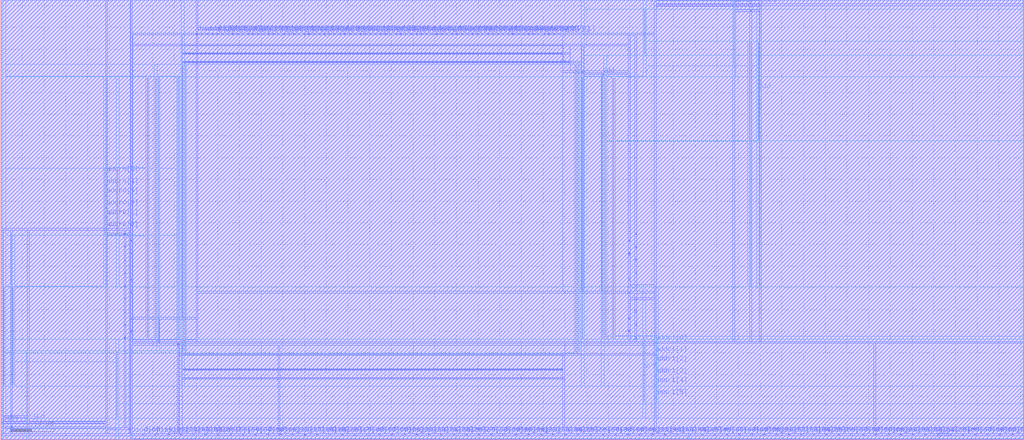
<source format=lef>
VERSION 5.4 ;
NAMESCASESENSITIVE ON ;
BUSBITCHARS "[]" ;
DIVIDERCHAR "/" ;
UNITS
  DATABASE MICRONS 2000 ;
END UNITS
MACRO freepdk45_sram_1w1r_40x72
   CLASS BLOCK ;
   SIZE 235.72 BY 101.3925 ;
   SYMMETRY X Y R90 ;
   PIN din0[0]
      DIRECTION INPUT ;
      PORT
         LAYER metal3 ;
         RECT  30.015 1.105 30.15 1.24 ;
      END
   END din0[0]
   PIN din0[1]
      DIRECTION INPUT ;
      PORT
         LAYER metal3 ;
         RECT  32.875 1.105 33.01 1.24 ;
      END
   END din0[1]
   PIN din0[2]
      DIRECTION INPUT ;
      PORT
         LAYER metal3 ;
         RECT  35.735 1.105 35.87 1.24 ;
      END
   END din0[2]
   PIN din0[3]
      DIRECTION INPUT ;
      PORT
         LAYER metal3 ;
         RECT  38.595 1.105 38.73 1.24 ;
      END
   END din0[3]
   PIN din0[4]
      DIRECTION INPUT ;
      PORT
         LAYER metal3 ;
         RECT  41.455 1.105 41.59 1.24 ;
      END
   END din0[4]
   PIN din0[5]
      DIRECTION INPUT ;
      PORT
         LAYER metal3 ;
         RECT  44.315 1.105 44.45 1.24 ;
      END
   END din0[5]
   PIN din0[6]
      DIRECTION INPUT ;
      PORT
         LAYER metal3 ;
         RECT  47.175 1.105 47.31 1.24 ;
      END
   END din0[6]
   PIN din0[7]
      DIRECTION INPUT ;
      PORT
         LAYER metal3 ;
         RECT  50.035 1.105 50.17 1.24 ;
      END
   END din0[7]
   PIN din0[8]
      DIRECTION INPUT ;
      PORT
         LAYER metal3 ;
         RECT  52.895 1.105 53.03 1.24 ;
      END
   END din0[8]
   PIN din0[9]
      DIRECTION INPUT ;
      PORT
         LAYER metal3 ;
         RECT  55.755 1.105 55.89 1.24 ;
      END
   END din0[9]
   PIN din0[10]
      DIRECTION INPUT ;
      PORT
         LAYER metal3 ;
         RECT  58.615 1.105 58.75 1.24 ;
      END
   END din0[10]
   PIN din0[11]
      DIRECTION INPUT ;
      PORT
         LAYER metal3 ;
         RECT  61.475 1.105 61.61 1.24 ;
      END
   END din0[11]
   PIN din0[12]
      DIRECTION INPUT ;
      PORT
         LAYER metal3 ;
         RECT  64.335 1.105 64.47 1.24 ;
      END
   END din0[12]
   PIN din0[13]
      DIRECTION INPUT ;
      PORT
         LAYER metal3 ;
         RECT  67.195 1.105 67.33 1.24 ;
      END
   END din0[13]
   PIN din0[14]
      DIRECTION INPUT ;
      PORT
         LAYER metal3 ;
         RECT  70.055 1.105 70.19 1.24 ;
      END
   END din0[14]
   PIN din0[15]
      DIRECTION INPUT ;
      PORT
         LAYER metal3 ;
         RECT  72.915 1.105 73.05 1.24 ;
      END
   END din0[15]
   PIN din0[16]
      DIRECTION INPUT ;
      PORT
         LAYER metal3 ;
         RECT  75.775 1.105 75.91 1.24 ;
      END
   END din0[16]
   PIN din0[17]
      DIRECTION INPUT ;
      PORT
         LAYER metal3 ;
         RECT  78.635 1.105 78.77 1.24 ;
      END
   END din0[17]
   PIN din0[18]
      DIRECTION INPUT ;
      PORT
         LAYER metal3 ;
         RECT  81.495 1.105 81.63 1.24 ;
      END
   END din0[18]
   PIN din0[19]
      DIRECTION INPUT ;
      PORT
         LAYER metal3 ;
         RECT  84.355 1.105 84.49 1.24 ;
      END
   END din0[19]
   PIN din0[20]
      DIRECTION INPUT ;
      PORT
         LAYER metal3 ;
         RECT  87.215 1.105 87.35 1.24 ;
      END
   END din0[20]
   PIN din0[21]
      DIRECTION INPUT ;
      PORT
         LAYER metal3 ;
         RECT  90.075 1.105 90.21 1.24 ;
      END
   END din0[21]
   PIN din0[22]
      DIRECTION INPUT ;
      PORT
         LAYER metal3 ;
         RECT  92.935 1.105 93.07 1.24 ;
      END
   END din0[22]
   PIN din0[23]
      DIRECTION INPUT ;
      PORT
         LAYER metal3 ;
         RECT  95.795 1.105 95.93 1.24 ;
      END
   END din0[23]
   PIN din0[24]
      DIRECTION INPUT ;
      PORT
         LAYER metal3 ;
         RECT  98.655 1.105 98.79 1.24 ;
      END
   END din0[24]
   PIN din0[25]
      DIRECTION INPUT ;
      PORT
         LAYER metal3 ;
         RECT  101.515 1.105 101.65 1.24 ;
      END
   END din0[25]
   PIN din0[26]
      DIRECTION INPUT ;
      PORT
         LAYER metal3 ;
         RECT  104.375 1.105 104.51 1.24 ;
      END
   END din0[26]
   PIN din0[27]
      DIRECTION INPUT ;
      PORT
         LAYER metal3 ;
         RECT  107.235 1.105 107.37 1.24 ;
      END
   END din0[27]
   PIN din0[28]
      DIRECTION INPUT ;
      PORT
         LAYER metal3 ;
         RECT  110.095 1.105 110.23 1.24 ;
      END
   END din0[28]
   PIN din0[29]
      DIRECTION INPUT ;
      PORT
         LAYER metal3 ;
         RECT  112.955 1.105 113.09 1.24 ;
      END
   END din0[29]
   PIN din0[30]
      DIRECTION INPUT ;
      PORT
         LAYER metal3 ;
         RECT  115.815 1.105 115.95 1.24 ;
      END
   END din0[30]
   PIN din0[31]
      DIRECTION INPUT ;
      PORT
         LAYER metal3 ;
         RECT  118.675 1.105 118.81 1.24 ;
      END
   END din0[31]
   PIN din0[32]
      DIRECTION INPUT ;
      PORT
         LAYER metal3 ;
         RECT  121.535 1.105 121.67 1.24 ;
      END
   END din0[32]
   PIN din0[33]
      DIRECTION INPUT ;
      PORT
         LAYER metal3 ;
         RECT  124.395 1.105 124.53 1.24 ;
      END
   END din0[33]
   PIN din0[34]
      DIRECTION INPUT ;
      PORT
         LAYER metal3 ;
         RECT  127.255 1.105 127.39 1.24 ;
      END
   END din0[34]
   PIN din0[35]
      DIRECTION INPUT ;
      PORT
         LAYER metal3 ;
         RECT  130.115 1.105 130.25 1.24 ;
      END
   END din0[35]
   PIN din0[36]
      DIRECTION INPUT ;
      PORT
         LAYER metal3 ;
         RECT  132.975 1.105 133.11 1.24 ;
      END
   END din0[36]
   PIN din0[37]
      DIRECTION INPUT ;
      PORT
         LAYER metal3 ;
         RECT  135.835 1.105 135.97 1.24 ;
      END
   END din0[37]
   PIN din0[38]
      DIRECTION INPUT ;
      PORT
         LAYER metal3 ;
         RECT  138.695 1.105 138.83 1.24 ;
      END
   END din0[38]
   PIN din0[39]
      DIRECTION INPUT ;
      PORT
         LAYER metal3 ;
         RECT  141.555 1.105 141.69 1.24 ;
      END
   END din0[39]
   PIN din0[40]
      DIRECTION INPUT ;
      PORT
         LAYER metal3 ;
         RECT  144.415 1.105 144.55 1.24 ;
      END
   END din0[40]
   PIN din0[41]
      DIRECTION INPUT ;
      PORT
         LAYER metal3 ;
         RECT  147.275 1.105 147.41 1.24 ;
      END
   END din0[41]
   PIN din0[42]
      DIRECTION INPUT ;
      PORT
         LAYER metal3 ;
         RECT  150.135 1.105 150.27 1.24 ;
      END
   END din0[42]
   PIN din0[43]
      DIRECTION INPUT ;
      PORT
         LAYER metal3 ;
         RECT  152.995 1.105 153.13 1.24 ;
      END
   END din0[43]
   PIN din0[44]
      DIRECTION INPUT ;
      PORT
         LAYER metal3 ;
         RECT  155.855 1.105 155.99 1.24 ;
      END
   END din0[44]
   PIN din0[45]
      DIRECTION INPUT ;
      PORT
         LAYER metal3 ;
         RECT  158.715 1.105 158.85 1.24 ;
      END
   END din0[45]
   PIN din0[46]
      DIRECTION INPUT ;
      PORT
         LAYER metal3 ;
         RECT  161.575 1.105 161.71 1.24 ;
      END
   END din0[46]
   PIN din0[47]
      DIRECTION INPUT ;
      PORT
         LAYER metal3 ;
         RECT  164.435 1.105 164.57 1.24 ;
      END
   END din0[47]
   PIN din0[48]
      DIRECTION INPUT ;
      PORT
         LAYER metal3 ;
         RECT  167.295 1.105 167.43 1.24 ;
      END
   END din0[48]
   PIN din0[49]
      DIRECTION INPUT ;
      PORT
         LAYER metal3 ;
         RECT  170.155 1.105 170.29 1.24 ;
      END
   END din0[49]
   PIN din0[50]
      DIRECTION INPUT ;
      PORT
         LAYER metal3 ;
         RECT  173.015 1.105 173.15 1.24 ;
      END
   END din0[50]
   PIN din0[51]
      DIRECTION INPUT ;
      PORT
         LAYER metal3 ;
         RECT  175.875 1.105 176.01 1.24 ;
      END
   END din0[51]
   PIN din0[52]
      DIRECTION INPUT ;
      PORT
         LAYER metal3 ;
         RECT  178.735 1.105 178.87 1.24 ;
      END
   END din0[52]
   PIN din0[53]
      DIRECTION INPUT ;
      PORT
         LAYER metal3 ;
         RECT  181.595 1.105 181.73 1.24 ;
      END
   END din0[53]
   PIN din0[54]
      DIRECTION INPUT ;
      PORT
         LAYER metal3 ;
         RECT  184.455 1.105 184.59 1.24 ;
      END
   END din0[54]
   PIN din0[55]
      DIRECTION INPUT ;
      PORT
         LAYER metal3 ;
         RECT  187.315 1.105 187.45 1.24 ;
      END
   END din0[55]
   PIN din0[56]
      DIRECTION INPUT ;
      PORT
         LAYER metal3 ;
         RECT  190.175 1.105 190.31 1.24 ;
      END
   END din0[56]
   PIN din0[57]
      DIRECTION INPUT ;
      PORT
         LAYER metal3 ;
         RECT  193.035 1.105 193.17 1.24 ;
      END
   END din0[57]
   PIN din0[58]
      DIRECTION INPUT ;
      PORT
         LAYER metal3 ;
         RECT  195.895 1.105 196.03 1.24 ;
      END
   END din0[58]
   PIN din0[59]
      DIRECTION INPUT ;
      PORT
         LAYER metal3 ;
         RECT  198.755 1.105 198.89 1.24 ;
      END
   END din0[59]
   PIN din0[60]
      DIRECTION INPUT ;
      PORT
         LAYER metal3 ;
         RECT  201.615 1.105 201.75 1.24 ;
      END
   END din0[60]
   PIN din0[61]
      DIRECTION INPUT ;
      PORT
         LAYER metal3 ;
         RECT  204.475 1.105 204.61 1.24 ;
      END
   END din0[61]
   PIN din0[62]
      DIRECTION INPUT ;
      PORT
         LAYER metal3 ;
         RECT  207.335 1.105 207.47 1.24 ;
      END
   END din0[62]
   PIN din0[63]
      DIRECTION INPUT ;
      PORT
         LAYER metal3 ;
         RECT  210.195 1.105 210.33 1.24 ;
      END
   END din0[63]
   PIN din0[64]
      DIRECTION INPUT ;
      PORT
         LAYER metal3 ;
         RECT  213.055 1.105 213.19 1.24 ;
      END
   END din0[64]
   PIN din0[65]
      DIRECTION INPUT ;
      PORT
         LAYER metal3 ;
         RECT  215.915 1.105 216.05 1.24 ;
      END
   END din0[65]
   PIN din0[66]
      DIRECTION INPUT ;
      PORT
         LAYER metal3 ;
         RECT  218.775 1.105 218.91 1.24 ;
      END
   END din0[66]
   PIN din0[67]
      DIRECTION INPUT ;
      PORT
         LAYER metal3 ;
         RECT  221.635 1.105 221.77 1.24 ;
      END
   END din0[67]
   PIN din0[68]
      DIRECTION INPUT ;
      PORT
         LAYER metal3 ;
         RECT  224.495 1.105 224.63 1.24 ;
      END
   END din0[68]
   PIN din0[69]
      DIRECTION INPUT ;
      PORT
         LAYER metal3 ;
         RECT  227.355 1.105 227.49 1.24 ;
      END
   END din0[69]
   PIN din0[70]
      DIRECTION INPUT ;
      PORT
         LAYER metal3 ;
         RECT  230.215 1.105 230.35 1.24 ;
      END
   END din0[70]
   PIN din0[71]
      DIRECTION INPUT ;
      PORT
         LAYER metal3 ;
         RECT  233.075 1.105 233.21 1.24 ;
      END
   END din0[71]
   PIN addr0[0]
      DIRECTION INPUT ;
      PORT
         LAYER metal3 ;
         RECT  24.295 48.46 24.43 48.595 ;
      END
   END addr0[0]
   PIN addr0[1]
      DIRECTION INPUT ;
      PORT
         LAYER metal3 ;
         RECT  24.295 51.19 24.43 51.325 ;
      END
   END addr0[1]
   PIN addr0[2]
      DIRECTION INPUT ;
      PORT
         LAYER metal3 ;
         RECT  24.295 53.4 24.43 53.535 ;
      END
   END addr0[2]
   PIN addr0[3]
      DIRECTION INPUT ;
      PORT
         LAYER metal3 ;
         RECT  24.295 56.13 24.43 56.265 ;
      END
   END addr0[3]
   PIN addr0[4]
      DIRECTION INPUT ;
      PORT
         LAYER metal3 ;
         RECT  24.295 58.34 24.43 58.475 ;
      END
   END addr0[4]
   PIN addr0[5]
      DIRECTION INPUT ;
      PORT
         LAYER metal3 ;
         RECT  24.295 61.07 24.43 61.205 ;
      END
   END addr0[5]
   PIN addr1[0]
      DIRECTION INPUT ;
      PORT
         LAYER metal3 ;
         RECT  150.775 22.33 150.91 22.465 ;
      END
   END addr1[0]
   PIN addr1[1]
      DIRECTION INPUT ;
      PORT
         LAYER metal3 ;
         RECT  150.775 19.6 150.91 19.735 ;
      END
   END addr1[1]
   PIN addr1[2]
      DIRECTION INPUT ;
      PORT
         LAYER metal3 ;
         RECT  150.775 17.39 150.91 17.525 ;
      END
   END addr1[2]
   PIN addr1[3]
      DIRECTION INPUT ;
      PORT
         LAYER metal3 ;
         RECT  150.775 14.66 150.91 14.795 ;
      END
   END addr1[3]
   PIN addr1[4]
      DIRECTION INPUT ;
      PORT
         LAYER metal3 ;
         RECT  150.775 12.45 150.91 12.585 ;
      END
   END addr1[4]
   PIN addr1[5]
      DIRECTION INPUT ;
      PORT
         LAYER metal3 ;
         RECT  150.775 9.72 150.91 9.855 ;
      END
   END addr1[5]
   PIN csb0
      DIRECTION INPUT ;
      PORT
         LAYER metal3 ;
         RECT  0.285 3.87 0.42 4.005 ;
      END
   END csb0
   PIN csb1
      DIRECTION INPUT ;
      PORT
         LAYER metal3 ;
         RECT  174.925 100.15 175.06 100.285 ;
      END
   END csb1
   PIN clk0
      DIRECTION INPUT ;
      PORT
         LAYER metal3 ;
         RECT  6.2475 3.955 6.3825 4.09 ;
      END
   END clk0
   PIN clk1
      DIRECTION INPUT ;
      PORT
         LAYER metal3 ;
         RECT  168.8225 100.065 168.9575 100.2 ;
      END
   END clk1
   PIN dout1[0]
      DIRECTION OUTPUT ;
      PORT
         LAYER metal3 ;
         RECT  45.1725 93.4425 45.3075 93.5775 ;
      END
   END dout1[0]
   PIN dout1[1]
      DIRECTION OUTPUT ;
      PORT
         LAYER metal3 ;
         RECT  46.3475 93.4425 46.4825 93.5775 ;
      END
   END dout1[1]
   PIN dout1[2]
      DIRECTION OUTPUT ;
      PORT
         LAYER metal3 ;
         RECT  47.5225 93.4425 47.6575 93.5775 ;
      END
   END dout1[2]
   PIN dout1[3]
      DIRECTION OUTPUT ;
      PORT
         LAYER metal3 ;
         RECT  48.6975 93.4425 48.8325 93.5775 ;
      END
   END dout1[3]
   PIN dout1[4]
      DIRECTION OUTPUT ;
      PORT
         LAYER metal3 ;
         RECT  49.8725 93.4425 50.0075 93.5775 ;
      END
   END dout1[4]
   PIN dout1[5]
      DIRECTION OUTPUT ;
      PORT
         LAYER metal3 ;
         RECT  51.0475 93.4425 51.1825 93.5775 ;
      END
   END dout1[5]
   PIN dout1[6]
      DIRECTION OUTPUT ;
      PORT
         LAYER metal3 ;
         RECT  52.2225 93.4425 52.3575 93.5775 ;
      END
   END dout1[6]
   PIN dout1[7]
      DIRECTION OUTPUT ;
      PORT
         LAYER metal3 ;
         RECT  53.3975 93.4425 53.5325 93.5775 ;
      END
   END dout1[7]
   PIN dout1[8]
      DIRECTION OUTPUT ;
      PORT
         LAYER metal3 ;
         RECT  54.5725 93.4425 54.7075 93.5775 ;
      END
   END dout1[8]
   PIN dout1[9]
      DIRECTION OUTPUT ;
      PORT
         LAYER metal3 ;
         RECT  55.7475 93.4425 55.8825 93.5775 ;
      END
   END dout1[9]
   PIN dout1[10]
      DIRECTION OUTPUT ;
      PORT
         LAYER metal3 ;
         RECT  56.9225 93.4425 57.0575 93.5775 ;
      END
   END dout1[10]
   PIN dout1[11]
      DIRECTION OUTPUT ;
      PORT
         LAYER metal3 ;
         RECT  58.0975 93.4425 58.2325 93.5775 ;
      END
   END dout1[11]
   PIN dout1[12]
      DIRECTION OUTPUT ;
      PORT
         LAYER metal3 ;
         RECT  59.2725 93.4425 59.4075 93.5775 ;
      END
   END dout1[12]
   PIN dout1[13]
      DIRECTION OUTPUT ;
      PORT
         LAYER metal3 ;
         RECT  60.4475 93.4425 60.5825 93.5775 ;
      END
   END dout1[13]
   PIN dout1[14]
      DIRECTION OUTPUT ;
      PORT
         LAYER metal3 ;
         RECT  61.6225 93.4425 61.7575 93.5775 ;
      END
   END dout1[14]
   PIN dout1[15]
      DIRECTION OUTPUT ;
      PORT
         LAYER metal3 ;
         RECT  62.7975 93.4425 62.9325 93.5775 ;
      END
   END dout1[15]
   PIN dout1[16]
      DIRECTION OUTPUT ;
      PORT
         LAYER metal3 ;
         RECT  63.9725 93.4425 64.1075 93.5775 ;
      END
   END dout1[16]
   PIN dout1[17]
      DIRECTION OUTPUT ;
      PORT
         LAYER metal3 ;
         RECT  65.1475 93.4425 65.2825 93.5775 ;
      END
   END dout1[17]
   PIN dout1[18]
      DIRECTION OUTPUT ;
      PORT
         LAYER metal3 ;
         RECT  66.3225 93.4425 66.4575 93.5775 ;
      END
   END dout1[18]
   PIN dout1[19]
      DIRECTION OUTPUT ;
      PORT
         LAYER metal3 ;
         RECT  67.4975 93.4425 67.6325 93.5775 ;
      END
   END dout1[19]
   PIN dout1[20]
      DIRECTION OUTPUT ;
      PORT
         LAYER metal3 ;
         RECT  68.6725 93.4425 68.8075 93.5775 ;
      END
   END dout1[20]
   PIN dout1[21]
      DIRECTION OUTPUT ;
      PORT
         LAYER metal3 ;
         RECT  69.8475 93.4425 69.9825 93.5775 ;
      END
   END dout1[21]
   PIN dout1[22]
      DIRECTION OUTPUT ;
      PORT
         LAYER metal3 ;
         RECT  71.0225 93.4425 71.1575 93.5775 ;
      END
   END dout1[22]
   PIN dout1[23]
      DIRECTION OUTPUT ;
      PORT
         LAYER metal3 ;
         RECT  72.1975 93.4425 72.3325 93.5775 ;
      END
   END dout1[23]
   PIN dout1[24]
      DIRECTION OUTPUT ;
      PORT
         LAYER metal3 ;
         RECT  73.3725 93.4425 73.5075 93.5775 ;
      END
   END dout1[24]
   PIN dout1[25]
      DIRECTION OUTPUT ;
      PORT
         LAYER metal3 ;
         RECT  74.5475 93.4425 74.6825 93.5775 ;
      END
   END dout1[25]
   PIN dout1[26]
      DIRECTION OUTPUT ;
      PORT
         LAYER metal3 ;
         RECT  75.7225 93.4425 75.8575 93.5775 ;
      END
   END dout1[26]
   PIN dout1[27]
      DIRECTION OUTPUT ;
      PORT
         LAYER metal3 ;
         RECT  76.8975 93.4425 77.0325 93.5775 ;
      END
   END dout1[27]
   PIN dout1[28]
      DIRECTION OUTPUT ;
      PORT
         LAYER metal3 ;
         RECT  78.0725 93.4425 78.2075 93.5775 ;
      END
   END dout1[28]
   PIN dout1[29]
      DIRECTION OUTPUT ;
      PORT
         LAYER metal3 ;
         RECT  79.2475 93.4425 79.3825 93.5775 ;
      END
   END dout1[29]
   PIN dout1[30]
      DIRECTION OUTPUT ;
      PORT
         LAYER metal3 ;
         RECT  80.4225 93.4425 80.5575 93.5775 ;
      END
   END dout1[30]
   PIN dout1[31]
      DIRECTION OUTPUT ;
      PORT
         LAYER metal3 ;
         RECT  81.5975 93.4425 81.7325 93.5775 ;
      END
   END dout1[31]
   PIN dout1[32]
      DIRECTION OUTPUT ;
      PORT
         LAYER metal3 ;
         RECT  82.7725 93.4425 82.9075 93.5775 ;
      END
   END dout1[32]
   PIN dout1[33]
      DIRECTION OUTPUT ;
      PORT
         LAYER metal3 ;
         RECT  83.9475 93.4425 84.0825 93.5775 ;
      END
   END dout1[33]
   PIN dout1[34]
      DIRECTION OUTPUT ;
      PORT
         LAYER metal3 ;
         RECT  85.1225 93.4425 85.2575 93.5775 ;
      END
   END dout1[34]
   PIN dout1[35]
      DIRECTION OUTPUT ;
      PORT
         LAYER metal3 ;
         RECT  86.2975 93.4425 86.4325 93.5775 ;
      END
   END dout1[35]
   PIN dout1[36]
      DIRECTION OUTPUT ;
      PORT
         LAYER metal3 ;
         RECT  87.4725 93.4425 87.6075 93.5775 ;
      END
   END dout1[36]
   PIN dout1[37]
      DIRECTION OUTPUT ;
      PORT
         LAYER metal3 ;
         RECT  88.6475 93.4425 88.7825 93.5775 ;
      END
   END dout1[37]
   PIN dout1[38]
      DIRECTION OUTPUT ;
      PORT
         LAYER metal3 ;
         RECT  89.8225 93.4425 89.9575 93.5775 ;
      END
   END dout1[38]
   PIN dout1[39]
      DIRECTION OUTPUT ;
      PORT
         LAYER metal3 ;
         RECT  90.9975 93.4425 91.1325 93.5775 ;
      END
   END dout1[39]
   PIN dout1[40]
      DIRECTION OUTPUT ;
      PORT
         LAYER metal3 ;
         RECT  92.1725 93.4425 92.3075 93.5775 ;
      END
   END dout1[40]
   PIN dout1[41]
      DIRECTION OUTPUT ;
      PORT
         LAYER metal3 ;
         RECT  93.3475 93.4425 93.4825 93.5775 ;
      END
   END dout1[41]
   PIN dout1[42]
      DIRECTION OUTPUT ;
      PORT
         LAYER metal3 ;
         RECT  94.5225 93.4425 94.6575 93.5775 ;
      END
   END dout1[42]
   PIN dout1[43]
      DIRECTION OUTPUT ;
      PORT
         LAYER metal3 ;
         RECT  95.6975 93.4425 95.8325 93.5775 ;
      END
   END dout1[43]
   PIN dout1[44]
      DIRECTION OUTPUT ;
      PORT
         LAYER metal3 ;
         RECT  96.8725 93.4425 97.0075 93.5775 ;
      END
   END dout1[44]
   PIN dout1[45]
      DIRECTION OUTPUT ;
      PORT
         LAYER metal3 ;
         RECT  98.0475 93.4425 98.1825 93.5775 ;
      END
   END dout1[45]
   PIN dout1[46]
      DIRECTION OUTPUT ;
      PORT
         LAYER metal3 ;
         RECT  99.2225 93.4425 99.3575 93.5775 ;
      END
   END dout1[46]
   PIN dout1[47]
      DIRECTION OUTPUT ;
      PORT
         LAYER metal3 ;
         RECT  100.3975 93.4425 100.5325 93.5775 ;
      END
   END dout1[47]
   PIN dout1[48]
      DIRECTION OUTPUT ;
      PORT
         LAYER metal3 ;
         RECT  101.5725 93.4425 101.7075 93.5775 ;
      END
   END dout1[48]
   PIN dout1[49]
      DIRECTION OUTPUT ;
      PORT
         LAYER metal3 ;
         RECT  102.7475 93.4425 102.8825 93.5775 ;
      END
   END dout1[49]
   PIN dout1[50]
      DIRECTION OUTPUT ;
      PORT
         LAYER metal3 ;
         RECT  103.9225 93.4425 104.0575 93.5775 ;
      END
   END dout1[50]
   PIN dout1[51]
      DIRECTION OUTPUT ;
      PORT
         LAYER metal3 ;
         RECT  105.0975 93.4425 105.2325 93.5775 ;
      END
   END dout1[51]
   PIN dout1[52]
      DIRECTION OUTPUT ;
      PORT
         LAYER metal3 ;
         RECT  106.2725 93.4425 106.4075 93.5775 ;
      END
   END dout1[52]
   PIN dout1[53]
      DIRECTION OUTPUT ;
      PORT
         LAYER metal3 ;
         RECT  107.4475 93.4425 107.5825 93.5775 ;
      END
   END dout1[53]
   PIN dout1[54]
      DIRECTION OUTPUT ;
      PORT
         LAYER metal3 ;
         RECT  108.6225 93.4425 108.7575 93.5775 ;
      END
   END dout1[54]
   PIN dout1[55]
      DIRECTION OUTPUT ;
      PORT
         LAYER metal3 ;
         RECT  109.7975 93.4425 109.9325 93.5775 ;
      END
   END dout1[55]
   PIN dout1[56]
      DIRECTION OUTPUT ;
      PORT
         LAYER metal3 ;
         RECT  110.9725 93.4425 111.1075 93.5775 ;
      END
   END dout1[56]
   PIN dout1[57]
      DIRECTION OUTPUT ;
      PORT
         LAYER metal3 ;
         RECT  112.1475 93.4425 112.2825 93.5775 ;
      END
   END dout1[57]
   PIN dout1[58]
      DIRECTION OUTPUT ;
      PORT
         LAYER metal3 ;
         RECT  113.3225 93.4425 113.4575 93.5775 ;
      END
   END dout1[58]
   PIN dout1[59]
      DIRECTION OUTPUT ;
      PORT
         LAYER metal3 ;
         RECT  114.4975 93.4425 114.6325 93.5775 ;
      END
   END dout1[59]
   PIN dout1[60]
      DIRECTION OUTPUT ;
      PORT
         LAYER metal3 ;
         RECT  115.6725 93.4425 115.8075 93.5775 ;
      END
   END dout1[60]
   PIN dout1[61]
      DIRECTION OUTPUT ;
      PORT
         LAYER metal3 ;
         RECT  116.8475 93.4425 116.9825 93.5775 ;
      END
   END dout1[61]
   PIN dout1[62]
      DIRECTION OUTPUT ;
      PORT
         LAYER metal3 ;
         RECT  118.0225 93.4425 118.1575 93.5775 ;
      END
   END dout1[62]
   PIN dout1[63]
      DIRECTION OUTPUT ;
      PORT
         LAYER metal3 ;
         RECT  119.1975 93.4425 119.3325 93.5775 ;
      END
   END dout1[63]
   PIN dout1[64]
      DIRECTION OUTPUT ;
      PORT
         LAYER metal3 ;
         RECT  120.3725 93.4425 120.5075 93.5775 ;
      END
   END dout1[64]
   PIN dout1[65]
      DIRECTION OUTPUT ;
      PORT
         LAYER metal3 ;
         RECT  121.5475 93.4425 121.6825 93.5775 ;
      END
   END dout1[65]
   PIN dout1[66]
      DIRECTION OUTPUT ;
      PORT
         LAYER metal3 ;
         RECT  122.7225 93.4425 122.8575 93.5775 ;
      END
   END dout1[66]
   PIN dout1[67]
      DIRECTION OUTPUT ;
      PORT
         LAYER metal3 ;
         RECT  123.8975 93.4425 124.0325 93.5775 ;
      END
   END dout1[67]
   PIN dout1[68]
      DIRECTION OUTPUT ;
      PORT
         LAYER metal3 ;
         RECT  125.0725 93.4425 125.2075 93.5775 ;
      END
   END dout1[68]
   PIN dout1[69]
      DIRECTION OUTPUT ;
      PORT
         LAYER metal3 ;
         RECT  126.2475 93.4425 126.3825 93.5775 ;
      END
   END dout1[69]
   PIN dout1[70]
      DIRECTION OUTPUT ;
      PORT
         LAYER metal3 ;
         RECT  127.4225 93.4425 127.5575 93.5775 ;
      END
   END dout1[70]
   PIN dout1[71]
      DIRECTION OUTPUT ;
      PORT
         LAYER metal3 ;
         RECT  128.5975 93.4425 128.7325 93.5775 ;
      END
   END dout1[71]
   PIN vdd
      DIRECTION INOUT ;
      USE POWER ; 
      SHAPE ABUTMENT ; 
      PORT
         LAYER metal3 ;
         RECT  201.3325 2.47 201.4675 2.605 ;
         LAYER metal3 ;
         RECT  40.8425 21.94 40.9775 22.075 ;
         LAYER metal3 ;
         RECT  29.7325 2.47 29.8675 2.605 ;
         LAYER metal3 ;
         RECT  144.7625 33.9 144.8975 34.035 ;
         LAYER metal4 ;
         RECT  0.6875 12.61 0.8275 35.0125 ;
         LAYER metal3 ;
         RECT  212.7725 2.47 212.9075 2.605 ;
         LAYER metal4 ;
         RECT  134.03 23.4325 134.17 83.3725 ;
         LAYER metal3 ;
         RECT  64.0525 2.47 64.1875 2.605 ;
         LAYER metal3 ;
         RECT  172.785 98.785 172.92 98.92 ;
         LAYER metal3 ;
         RECT  30.1125 27.92 30.2475 28.055 ;
         LAYER metal4 ;
         RECT  41.92 20.2625 42.06 86.2925 ;
         LAYER metal4 ;
         RECT  148.335 88.9025 148.475 98.9225 ;
         LAYER metal4 ;
         RECT  26.73 5.2325 26.87 20.1925 ;
         LAYER metal3 ;
         RECT  30.1125 45.86 30.2475 45.995 ;
         LAYER metal3 ;
         RECT  178.4525 2.47 178.5875 2.605 ;
         LAYER metal3 ;
         RECT  144.7625 42.87 144.8975 43.005 ;
         LAYER metal3 ;
         RECT  41.9875 19.5675 129.8725 19.6375 ;
         LAYER metal4 ;
         RECT  139.205 23.4325 139.345 83.4425 ;
         LAYER metal3 ;
         RECT  2.425 5.235 2.56 5.37 ;
         LAYER metal3 ;
         RECT  30.1125 42.87 30.2475 43.005 ;
         LAYER metal4 ;
         RECT  40.84 23.4325 40.98 83.3725 ;
         LAYER metal3 ;
         RECT  41.9875 90.885 129.4025 90.955 ;
         LAYER metal3 ;
         RECT  189.8925 2.47 190.0275 2.605 ;
         LAYER metal3 ;
         RECT  30.1125 36.89 30.2475 37.025 ;
         LAYER metal3 ;
         RECT  134.0325 84.73 134.1675 84.865 ;
         LAYER metal4 ;
         RECT  132.95 20.2625 133.09 86.2925 ;
         LAYER metal3 ;
         RECT  36.285 22.7275 36.42 22.8625 ;
         LAYER metal3 ;
         RECT  144.7625 45.86 144.8975 45.995 ;
         LAYER metal3 ;
         RECT  86.9325 2.47 87.0675 2.605 ;
         LAYER metal3 ;
         RECT  52.6125 2.47 52.7475 2.605 ;
         LAYER metal3 ;
         RECT  75.4925 2.47 75.6275 2.605 ;
         LAYER metal3 ;
         RECT  30.1125 33.9 30.2475 34.035 ;
         LAYER metal3 ;
         RECT  155.5725 2.47 155.7075 2.605 ;
         LAYER metal4 ;
         RECT  24.01 47.3525 24.15 62.3125 ;
         LAYER metal3 ;
         RECT  41.9875 14.1325 129.4025 14.2025 ;
         LAYER metal3 ;
         RECT  224.2125 2.47 224.3475 2.605 ;
         LAYER metal3 ;
         RECT  30.1125 24.93 30.2475 25.065 ;
         LAYER metal3 ;
         RECT  144.7625 27.92 144.8975 28.055 ;
         LAYER metal3 ;
         RECT  121.2525 2.47 121.3875 2.605 ;
         LAYER metal3 ;
         RECT  144.1325 2.47 144.2675 2.605 ;
         LAYER metal3 ;
         RECT  109.8125 2.47 109.9475 2.605 ;
         LAYER metal4 ;
         RECT  151.055 8.6125 151.195 23.5725 ;
         LAYER metal3 ;
         RECT  144.7625 24.93 144.8975 25.065 ;
         LAYER metal3 ;
         RECT  41.1725 2.47 41.3075 2.605 ;
         LAYER metal3 ;
         RECT  98.3725 2.47 98.5075 2.605 ;
         LAYER metal3 ;
         RECT  132.6925 2.47 132.8275 2.605 ;
         LAYER metal4 ;
         RECT  35.665 23.4325 35.805 83.4425 ;
         LAYER metal3 ;
         RECT  41.9875 86.9875 131.0475 87.0575 ;
         LAYER metal3 ;
         RECT  167.0125 2.47 167.1475 2.605 ;
         LAYER metal3 ;
         RECT  144.7625 36.89 144.8975 37.025 ;
         LAYER metal4 ;
         RECT  174.5175 69.1425 174.6575 91.545 ;
         LAYER metal3 ;
         RECT  138.59 83.9425 138.725 84.0775 ;
      END
   END vdd
   PIN gnd
      DIRECTION INOUT ;
      USE GROUND ; 
      SHAPE ABUTMENT ; 
      PORT
         LAYER metal3 ;
         RECT  158.4325 0.0 158.5675 0.135 ;
         LAYER metal3 ;
         RECT  146.29 32.405 146.425 32.54 ;
         LAYER metal3 ;
         RECT  28.585 47.355 28.72 47.49 ;
         LAYER metal3 ;
         RECT  32.5925 0.0 32.7275 0.135 ;
         LAYER metal3 ;
         RECT  28.585 23.435 28.72 23.57 ;
         LAYER metal4 ;
         RECT  42.38 20.2625 42.52 86.2925 ;
         LAYER metal3 ;
         RECT  135.5525 0.0 135.6875 0.135 ;
         LAYER metal3 ;
         RECT  146.29 29.415 146.425 29.55 ;
         LAYER metal3 ;
         RECT  204.1925 0.0 204.3275 0.135 ;
         LAYER metal3 ;
         RECT  169.8725 0.0 170.0075 0.135 ;
         LAYER metal3 ;
         RECT  28.585 38.385 28.72 38.52 ;
         LAYER metal3 ;
         RECT  146.29 26.425 146.425 26.56 ;
         LAYER metal3 ;
         RECT  28.585 32.405 28.72 32.54 ;
         LAYER metal3 ;
         RECT  146.29 35.395 146.425 35.53 ;
         LAYER metal3 ;
         RECT  41.9875 88.9925 129.4375 89.0625 ;
         LAYER metal3 ;
         RECT  181.3125 0.0 181.4475 0.135 ;
         LAYER metal3 ;
         RECT  172.785 101.255 172.92 101.39 ;
         LAYER metal4 ;
         RECT  36.225 23.4 36.365 83.405 ;
         LAYER metal3 ;
         RECT  227.0725 0.0 227.2075 0.135 ;
         LAYER metal3 ;
         RECT  44.0325 0.0 44.1675 0.135 ;
         LAYER metal3 ;
         RECT  124.1125 0.0 124.2475 0.135 ;
         LAYER metal4 ;
         RECT  138.645 23.4 138.785 83.405 ;
         LAYER metal3 ;
         RECT  2.425 2.765 2.56 2.9 ;
         LAYER metal3 ;
         RECT  28.585 35.395 28.72 35.53 ;
         LAYER metal3 ;
         RECT  55.4725 0.0 55.6075 0.135 ;
         LAYER metal4 ;
         RECT  33.73 23.4 33.87 83.4425 ;
         LAYER metal3 ;
         RECT  146.29 23.435 146.425 23.57 ;
         LAYER metal3 ;
         RECT  112.6725 0.0 112.8075 0.135 ;
         LAYER metal4 ;
         RECT  2.75 12.6425 2.89 35.045 ;
         LAYER metal4 ;
         RECT  168.96 86.4325 169.1 101.3925 ;
         LAYER metal4 ;
         RECT  26.87 47.2875 27.01 62.3775 ;
         LAYER metal4 ;
         RECT  6.105 2.7625 6.245 17.7225 ;
         LAYER metal3 ;
         RECT  146.29 44.365 146.425 44.5 ;
         LAYER metal3 ;
         RECT  28.585 41.375 28.72 41.51 ;
         LAYER metal3 ;
         RECT  28.585 44.365 28.72 44.5 ;
         LAYER metal3 ;
         RECT  78.3525 0.0 78.4875 0.135 ;
         LAYER metal3 ;
         RECT  146.29 41.375 146.425 41.51 ;
         LAYER metal3 ;
         RECT  146.29 47.355 146.425 47.49 ;
         LAYER metal3 ;
         RECT  146.29 38.385 146.425 38.52 ;
         LAYER metal4 ;
         RECT  172.455 69.11 172.595 91.5125 ;
         LAYER metal3 ;
         RECT  28.585 29.415 28.72 29.55 ;
         LAYER metal4 ;
         RECT  141.14 23.4 141.28 83.4425 ;
         LAYER metal3 ;
         RECT  66.9125 0.0 67.0475 0.135 ;
         LAYER metal3 ;
         RECT  192.7525 0.0 192.8875 0.135 ;
         LAYER metal3 ;
         RECT  41.9875 16.1825 129.4025 16.2525 ;
         LAYER metal3 ;
         RECT  101.2325 0.0 101.3675 0.135 ;
         LAYER metal3 ;
         RECT  89.7925 0.0 89.9275 0.135 ;
         LAYER metal4 ;
         RECT  132.49 20.2625 132.63 86.2925 ;
         LAYER metal3 ;
         RECT  146.9925 0.0 147.1275 0.135 ;
         LAYER metal3 ;
         RECT  28.585 26.425 28.72 26.56 ;
         LAYER metal3 ;
         RECT  215.6325 0.0 215.7675 0.135 ;
         LAYER metal4 ;
         RECT  148.195 8.5475 148.335 23.6375 ;
      END
   END gnd
   OBS
   LAYER  metal1 ;
      RECT  0.14 0.14 235.58 101.2525 ;
   LAYER  metal2 ;
      RECT  0.14 0.14 235.58 101.2525 ;
   LAYER  metal3 ;
      RECT  0.14 0.14 29.875 0.965 ;
      RECT  0.14 0.965 29.875 1.38 ;
      RECT  29.875 0.14 30.29 0.965 ;
      RECT  30.29 0.965 32.735 1.38 ;
      RECT  33.15 0.965 35.595 1.38 ;
      RECT  36.01 0.965 38.455 1.38 ;
      RECT  38.87 0.965 41.315 1.38 ;
      RECT  41.73 0.965 44.175 1.38 ;
      RECT  44.59 0.965 47.035 1.38 ;
      RECT  47.45 0.965 49.895 1.38 ;
      RECT  50.31 0.965 52.755 1.38 ;
      RECT  53.17 0.965 55.615 1.38 ;
      RECT  56.03 0.965 58.475 1.38 ;
      RECT  58.89 0.965 61.335 1.38 ;
      RECT  61.75 0.965 64.195 1.38 ;
      RECT  64.61 0.965 67.055 1.38 ;
      RECT  67.47 0.965 69.915 1.38 ;
      RECT  70.33 0.965 72.775 1.38 ;
      RECT  73.19 0.965 75.635 1.38 ;
      RECT  76.05 0.965 78.495 1.38 ;
      RECT  78.91 0.965 81.355 1.38 ;
      RECT  81.77 0.965 84.215 1.38 ;
      RECT  84.63 0.965 87.075 1.38 ;
      RECT  87.49 0.965 89.935 1.38 ;
      RECT  90.35 0.965 92.795 1.38 ;
      RECT  93.21 0.965 95.655 1.38 ;
      RECT  96.07 0.965 98.515 1.38 ;
      RECT  98.93 0.965 101.375 1.38 ;
      RECT  101.79 0.965 104.235 1.38 ;
      RECT  104.65 0.965 107.095 1.38 ;
      RECT  107.51 0.965 109.955 1.38 ;
      RECT  110.37 0.965 112.815 1.38 ;
      RECT  113.23 0.965 115.675 1.38 ;
      RECT  116.09 0.965 118.535 1.38 ;
      RECT  118.95 0.965 121.395 1.38 ;
      RECT  121.81 0.965 124.255 1.38 ;
      RECT  124.67 0.965 127.115 1.38 ;
      RECT  127.53 0.965 129.975 1.38 ;
      RECT  130.39 0.965 132.835 1.38 ;
      RECT  133.25 0.965 135.695 1.38 ;
      RECT  136.11 0.965 138.555 1.38 ;
      RECT  138.97 0.965 141.415 1.38 ;
      RECT  141.83 0.965 144.275 1.38 ;
      RECT  144.69 0.965 147.135 1.38 ;
      RECT  147.55 0.965 149.995 1.38 ;
      RECT  150.41 0.965 152.855 1.38 ;
      RECT  153.27 0.965 155.715 1.38 ;
      RECT  156.13 0.965 158.575 1.38 ;
      RECT  158.99 0.965 161.435 1.38 ;
      RECT  161.85 0.965 164.295 1.38 ;
      RECT  164.71 0.965 167.155 1.38 ;
      RECT  167.57 0.965 170.015 1.38 ;
      RECT  170.43 0.965 172.875 1.38 ;
      RECT  173.29 0.965 175.735 1.38 ;
      RECT  176.15 0.965 178.595 1.38 ;
      RECT  179.01 0.965 181.455 1.38 ;
      RECT  181.87 0.965 184.315 1.38 ;
      RECT  184.73 0.965 187.175 1.38 ;
      RECT  187.59 0.965 190.035 1.38 ;
      RECT  190.45 0.965 192.895 1.38 ;
      RECT  193.31 0.965 195.755 1.38 ;
      RECT  196.17 0.965 198.615 1.38 ;
      RECT  199.03 0.965 201.475 1.38 ;
      RECT  201.89 0.965 204.335 1.38 ;
      RECT  204.75 0.965 207.195 1.38 ;
      RECT  207.61 0.965 210.055 1.38 ;
      RECT  210.47 0.965 212.915 1.38 ;
      RECT  213.33 0.965 215.775 1.38 ;
      RECT  216.19 0.965 218.635 1.38 ;
      RECT  219.05 0.965 221.495 1.38 ;
      RECT  221.91 0.965 224.355 1.38 ;
      RECT  224.77 0.965 227.215 1.38 ;
      RECT  227.63 0.965 230.075 1.38 ;
      RECT  230.49 0.965 232.935 1.38 ;
      RECT  233.35 0.965 235.58 1.38 ;
      RECT  0.14 48.32 24.155 48.735 ;
      RECT  0.14 48.735 24.155 101.2525 ;
      RECT  24.155 1.38 24.57 48.32 ;
      RECT  24.57 48.32 29.875 48.735 ;
      RECT  24.57 48.735 29.875 101.2525 ;
      RECT  24.155 48.735 24.57 51.05 ;
      RECT  24.155 51.465 24.57 53.26 ;
      RECT  24.155 53.675 24.57 55.99 ;
      RECT  24.155 56.405 24.57 58.2 ;
      RECT  24.155 58.615 24.57 60.93 ;
      RECT  24.155 61.345 24.57 101.2525 ;
      RECT  150.635 22.605 151.05 101.2525 ;
      RECT  151.05 22.19 235.58 22.605 ;
      RECT  150.635 19.875 151.05 22.19 ;
      RECT  150.635 17.665 151.05 19.46 ;
      RECT  150.635 14.935 151.05 17.25 ;
      RECT  150.635 12.725 151.05 14.52 ;
      RECT  150.635 1.38 151.05 9.58 ;
      RECT  150.635 9.995 151.05 12.31 ;
      RECT  0.14 1.38 0.145 3.73 ;
      RECT  0.14 3.73 0.145 4.145 ;
      RECT  0.14 4.145 0.145 48.32 ;
      RECT  0.145 1.38 0.56 3.73 ;
      RECT  0.145 4.145 0.56 48.32 ;
      RECT  174.785 22.605 175.2 100.01 ;
      RECT  174.785 100.425 175.2 101.2525 ;
      RECT  175.2 22.605 235.58 100.01 ;
      RECT  175.2 100.01 235.58 100.425 ;
      RECT  175.2 100.425 235.58 101.2525 ;
      RECT  0.56 3.73 6.1075 3.815 ;
      RECT  0.56 3.815 6.1075 4.145 ;
      RECT  6.1075 3.73 6.5225 3.815 ;
      RECT  6.5225 3.73 24.155 3.815 ;
      RECT  6.5225 3.815 24.155 4.145 ;
      RECT  0.56 4.145 6.1075 4.23 ;
      RECT  6.1075 4.23 6.5225 48.32 ;
      RECT  6.5225 4.145 24.155 4.23 ;
      RECT  6.5225 4.23 24.155 48.32 ;
      RECT  151.05 22.605 168.6825 99.925 ;
      RECT  151.05 99.925 168.6825 100.01 ;
      RECT  168.6825 22.605 169.0975 99.925 ;
      RECT  169.0975 99.925 174.785 100.01 ;
      RECT  151.05 100.01 168.6825 100.34 ;
      RECT  151.05 100.34 168.6825 100.425 ;
      RECT  168.6825 100.34 169.0975 100.425 ;
      RECT  169.0975 100.01 174.785 100.34 ;
      RECT  169.0975 100.34 174.785 100.425 ;
      RECT  30.29 93.3025 45.0325 93.7175 ;
      RECT  30.29 93.7175 45.0325 101.2525 ;
      RECT  45.0325 93.7175 45.4475 101.2525 ;
      RECT  45.4475 93.7175 150.635 101.2525 ;
      RECT  45.4475 93.3025 46.2075 93.7175 ;
      RECT  46.6225 93.3025 47.3825 93.7175 ;
      RECT  47.7975 93.3025 48.5575 93.7175 ;
      RECT  48.9725 93.3025 49.7325 93.7175 ;
      RECT  50.1475 93.3025 50.9075 93.7175 ;
      RECT  51.3225 93.3025 52.0825 93.7175 ;
      RECT  52.4975 93.3025 53.2575 93.7175 ;
      RECT  53.6725 93.3025 54.4325 93.7175 ;
      RECT  54.8475 93.3025 55.6075 93.7175 ;
      RECT  56.0225 93.3025 56.7825 93.7175 ;
      RECT  57.1975 93.3025 57.9575 93.7175 ;
      RECT  58.3725 93.3025 59.1325 93.7175 ;
      RECT  59.5475 93.3025 60.3075 93.7175 ;
      RECT  60.7225 93.3025 61.4825 93.7175 ;
      RECT  61.8975 93.3025 62.6575 93.7175 ;
      RECT  63.0725 93.3025 63.8325 93.7175 ;
      RECT  64.2475 93.3025 65.0075 93.7175 ;
      RECT  65.4225 93.3025 66.1825 93.7175 ;
      RECT  66.5975 93.3025 67.3575 93.7175 ;
      RECT  67.7725 93.3025 68.5325 93.7175 ;
      RECT  68.9475 93.3025 69.7075 93.7175 ;
      RECT  70.1225 93.3025 70.8825 93.7175 ;
      RECT  71.2975 93.3025 72.0575 93.7175 ;
      RECT  72.4725 93.3025 73.2325 93.7175 ;
      RECT  73.6475 93.3025 74.4075 93.7175 ;
      RECT  74.8225 93.3025 75.5825 93.7175 ;
      RECT  75.9975 93.3025 76.7575 93.7175 ;
      RECT  77.1725 93.3025 77.9325 93.7175 ;
      RECT  78.3475 93.3025 79.1075 93.7175 ;
      RECT  79.5225 93.3025 80.2825 93.7175 ;
      RECT  80.6975 93.3025 81.4575 93.7175 ;
      RECT  81.8725 93.3025 82.6325 93.7175 ;
      RECT  83.0475 93.3025 83.8075 93.7175 ;
      RECT  84.2225 93.3025 84.9825 93.7175 ;
      RECT  85.3975 93.3025 86.1575 93.7175 ;
      RECT  86.5725 93.3025 87.3325 93.7175 ;
      RECT  87.7475 93.3025 88.5075 93.7175 ;
      RECT  88.9225 93.3025 89.6825 93.7175 ;
      RECT  90.0975 93.3025 90.8575 93.7175 ;
      RECT  91.2725 93.3025 92.0325 93.7175 ;
      RECT  92.4475 93.3025 93.2075 93.7175 ;
      RECT  93.6225 93.3025 94.3825 93.7175 ;
      RECT  94.7975 93.3025 95.5575 93.7175 ;
      RECT  95.9725 93.3025 96.7325 93.7175 ;
      RECT  97.1475 93.3025 97.9075 93.7175 ;
      RECT  98.3225 93.3025 99.0825 93.7175 ;
      RECT  99.4975 93.3025 100.2575 93.7175 ;
      RECT  100.6725 93.3025 101.4325 93.7175 ;
      RECT  101.8475 93.3025 102.6075 93.7175 ;
      RECT  103.0225 93.3025 103.7825 93.7175 ;
      RECT  104.1975 93.3025 104.9575 93.7175 ;
      RECT  105.3725 93.3025 106.1325 93.7175 ;
      RECT  106.5475 93.3025 107.3075 93.7175 ;
      RECT  107.7225 93.3025 108.4825 93.7175 ;
      RECT  108.8975 93.3025 109.6575 93.7175 ;
      RECT  110.0725 93.3025 110.8325 93.7175 ;
      RECT  111.2475 93.3025 112.0075 93.7175 ;
      RECT  112.4225 93.3025 113.1825 93.7175 ;
      RECT  113.5975 93.3025 114.3575 93.7175 ;
      RECT  114.7725 93.3025 115.5325 93.7175 ;
      RECT  115.9475 93.3025 116.7075 93.7175 ;
      RECT  117.1225 93.3025 117.8825 93.7175 ;
      RECT  118.2975 93.3025 119.0575 93.7175 ;
      RECT  119.4725 93.3025 120.2325 93.7175 ;
      RECT  120.6475 93.3025 121.4075 93.7175 ;
      RECT  121.8225 93.3025 122.5825 93.7175 ;
      RECT  122.9975 93.3025 123.7575 93.7175 ;
      RECT  124.1725 93.3025 124.9325 93.7175 ;
      RECT  125.3475 93.3025 126.1075 93.7175 ;
      RECT  126.5225 93.3025 127.2825 93.7175 ;
      RECT  127.6975 93.3025 128.4575 93.7175 ;
      RECT  128.8725 93.3025 150.635 93.7175 ;
      RECT  151.05 1.38 201.1925 2.33 ;
      RECT  151.05 2.745 201.1925 22.19 ;
      RECT  201.1925 1.38 201.6075 2.33 ;
      RECT  201.1925 2.745 201.6075 22.19 ;
      RECT  201.6075 1.38 235.58 2.33 ;
      RECT  201.6075 2.745 235.58 22.19 ;
      RECT  30.29 1.38 40.7025 21.8 ;
      RECT  30.29 21.8 40.7025 22.19 ;
      RECT  41.1175 21.8 150.635 22.19 ;
      RECT  30.29 22.19 40.7025 22.215 ;
      RECT  40.7025 22.215 41.1175 22.605 ;
      RECT  41.1175 22.19 150.635 22.215 ;
      RECT  41.1175 22.215 150.635 22.605 ;
      RECT  29.875 1.38 30.0075 2.33 ;
      RECT  30.0075 1.38 30.29 2.33 ;
      RECT  30.0075 2.33 30.29 2.745 ;
      RECT  24.57 1.38 29.5925 2.33 ;
      RECT  24.57 2.33 29.5925 2.745 ;
      RECT  29.5925 1.38 29.875 2.33 ;
      RECT  29.5925 2.745 29.875 48.32 ;
      RECT  45.4475 22.605 144.6225 33.76 ;
      RECT  45.4475 33.76 144.6225 34.175 ;
      RECT  145.0375 33.76 150.635 34.175 ;
      RECT  201.6075 2.33 212.6325 2.745 ;
      RECT  41.1175 1.38 63.9125 2.33 ;
      RECT  63.9125 1.38 64.3275 2.33 ;
      RECT  64.3275 1.38 150.635 2.33 ;
      RECT  169.0975 22.605 172.645 98.645 ;
      RECT  169.0975 98.645 172.645 99.06 ;
      RECT  169.0975 99.06 172.645 99.925 ;
      RECT  172.645 22.605 173.06 98.645 ;
      RECT  172.645 99.06 173.06 99.925 ;
      RECT  173.06 22.605 174.785 98.645 ;
      RECT  173.06 98.645 174.785 99.06 ;
      RECT  173.06 99.06 174.785 99.925 ;
      RECT  30.3875 27.78 45.0325 28.195 ;
      RECT  29.875 2.745 29.9725 27.78 ;
      RECT  29.875 27.78 29.9725 28.195 ;
      RECT  29.875 28.195 29.9725 101.2525 ;
      RECT  30.29 46.135 30.3875 93.3025 ;
      RECT  29.9725 46.135 30.0075 101.2525 ;
      RECT  30.0075 46.135 30.29 101.2525 ;
      RECT  41.1175 2.745 41.8475 19.4275 ;
      RECT  41.1175 19.4275 41.8475 19.7775 ;
      RECT  41.1175 19.7775 41.8475 21.8 ;
      RECT  41.8475 19.7775 63.9125 21.8 ;
      RECT  63.9125 19.7775 64.3275 21.8 ;
      RECT  64.3275 19.7775 130.0125 21.8 ;
      RECT  130.0125 2.745 150.635 19.4275 ;
      RECT  130.0125 19.4275 150.635 19.7775 ;
      RECT  130.0125 19.7775 150.635 21.8 ;
      RECT  0.56 4.23 2.285 5.095 ;
      RECT  0.56 5.095 2.285 5.51 ;
      RECT  0.56 5.51 2.285 48.32 ;
      RECT  2.285 4.23 2.7 5.095 ;
      RECT  2.285 5.51 2.7 48.32 ;
      RECT  2.7 4.23 6.1075 5.095 ;
      RECT  2.7 5.095 6.1075 5.51 ;
      RECT  2.7 5.51 6.1075 48.32 ;
      RECT  30.29 43.145 30.3875 45.72 ;
      RECT  29.9725 43.145 30.0075 45.72 ;
      RECT  30.0075 43.145 30.29 45.72 ;
      RECT  45.0325 91.095 45.4475 93.3025 ;
      RECT  45.4475 91.095 129.5425 93.3025 ;
      RECT  129.5425 90.745 144.6225 91.095 ;
      RECT  129.5425 91.095 144.6225 93.3025 ;
      RECT  30.3875 28.195 41.8475 90.745 ;
      RECT  30.3875 90.745 41.8475 91.095 ;
      RECT  30.3875 91.095 41.8475 93.3025 ;
      RECT  41.8475 91.095 45.0325 93.3025 ;
      RECT  178.7275 2.33 189.7525 2.745 ;
      RECT  190.1675 2.33 201.1925 2.745 ;
      RECT  30.29 37.165 30.3875 42.73 ;
      RECT  29.9725 37.165 30.0075 42.73 ;
      RECT  30.0075 37.165 30.29 42.73 ;
      RECT  129.5425 34.175 133.8925 84.59 ;
      RECT  129.5425 84.59 133.8925 85.005 ;
      RECT  133.8925 34.175 134.3075 84.59 ;
      RECT  133.8925 85.005 134.3075 90.745 ;
      RECT  134.3075 84.59 144.6225 85.005 ;
      RECT  134.3075 85.005 144.6225 90.745 ;
      RECT  30.29 22.215 36.145 22.5875 ;
      RECT  30.29 22.5875 36.145 22.605 ;
      RECT  36.145 22.215 36.56 22.5875 ;
      RECT  36.56 22.215 40.7025 22.5875 ;
      RECT  36.56 22.5875 40.7025 22.605 ;
      RECT  30.3875 22.605 36.145 23.0025 ;
      RECT  30.3875 23.0025 36.145 27.78 ;
      RECT  36.145 23.0025 36.56 27.78 ;
      RECT  36.56 22.605 45.0325 23.0025 ;
      RECT  36.56 23.0025 45.0325 27.78 ;
      RECT  144.6225 43.145 145.0375 45.72 ;
      RECT  144.6225 46.135 145.0375 93.3025 ;
      RECT  52.8875 2.33 63.9125 2.745 ;
      RECT  64.3275 2.33 75.3525 2.745 ;
      RECT  75.7675 2.33 86.7925 2.745 ;
      RECT  30.29 28.195 30.3875 33.76 ;
      RECT  30.29 34.175 30.3875 36.75 ;
      RECT  29.9725 28.195 30.0075 33.76 ;
      RECT  29.9725 34.175 30.0075 36.75 ;
      RECT  30.0075 28.195 30.29 33.76 ;
      RECT  30.0075 34.175 30.29 36.75 ;
      RECT  151.05 2.33 155.4325 2.745 ;
      RECT  41.8475 2.745 63.9125 13.9925 ;
      RECT  63.9125 2.745 64.3275 13.9925 ;
      RECT  64.3275 2.745 129.5425 13.9925 ;
      RECT  129.5425 2.745 130.0125 13.9925 ;
      RECT  129.5425 13.9925 130.0125 14.3425 ;
      RECT  129.5425 14.3425 130.0125 19.4275 ;
      RECT  213.0475 2.33 224.0725 2.745 ;
      RECT  224.4875 2.33 235.58 2.745 ;
      RECT  30.29 22.605 30.3875 24.79 ;
      RECT  30.29 25.205 30.3875 27.78 ;
      RECT  29.9725 2.745 30.0075 24.79 ;
      RECT  29.9725 25.205 30.0075 27.78 ;
      RECT  30.0075 2.745 30.29 24.79 ;
      RECT  30.0075 25.205 30.29 27.78 ;
      RECT  144.6225 28.195 145.0375 33.76 ;
      RECT  144.4075 2.33 150.635 2.745 ;
      RECT  110.0875 2.33 121.1125 2.745 ;
      RECT  144.6225 22.605 145.0375 24.79 ;
      RECT  144.6225 25.205 145.0375 27.78 ;
      RECT  40.7025 1.38 41.0325 2.33 ;
      RECT  40.7025 2.33 41.0325 2.745 ;
      RECT  40.7025 2.745 41.0325 21.8 ;
      RECT  41.0325 1.38 41.1175 2.33 ;
      RECT  41.0325 2.745 41.1175 21.8 ;
      RECT  41.4475 2.33 52.4725 2.745 ;
      RECT  87.2075 2.33 98.2325 2.745 ;
      RECT  98.6475 2.33 109.6725 2.745 ;
      RECT  121.5275 2.33 132.5525 2.745 ;
      RECT  132.9675 2.33 143.9925 2.745 ;
      RECT  45.0325 22.605 45.4475 86.8475 ;
      RECT  45.4475 34.175 129.5425 86.8475 ;
      RECT  41.8475 28.195 45.0325 86.8475 ;
      RECT  129.5425 85.005 131.1875 86.8475 ;
      RECT  131.1875 85.005 133.8925 86.8475 ;
      RECT  131.1875 86.8475 133.8925 87.1975 ;
      RECT  131.1875 87.1975 133.8925 90.745 ;
      RECT  155.8475 2.33 166.8725 2.745 ;
      RECT  167.2875 2.33 178.3125 2.745 ;
      RECT  144.6225 34.175 145.0375 36.75 ;
      RECT  144.6225 37.165 145.0375 42.73 ;
      RECT  134.3075 34.175 138.45 83.8025 ;
      RECT  134.3075 83.8025 138.45 84.2175 ;
      RECT  134.3075 84.2175 138.45 84.59 ;
      RECT  138.45 34.175 138.865 83.8025 ;
      RECT  138.45 84.2175 138.865 84.59 ;
      RECT  138.865 34.175 144.6225 83.8025 ;
      RECT  138.865 83.8025 144.6225 84.2175 ;
      RECT  138.865 84.2175 144.6225 84.59 ;
      RECT  30.29 0.275 158.2925 0.965 ;
      RECT  158.2925 0.275 158.7075 0.965 ;
      RECT  158.7075 0.275 235.58 0.965 ;
      RECT  145.0375 22.605 146.15 32.265 ;
      RECT  145.0375 32.265 146.15 32.68 ;
      RECT  145.0375 32.68 146.15 33.76 ;
      RECT  146.15 32.68 146.565 33.76 ;
      RECT  146.565 22.605 150.635 32.265 ;
      RECT  146.565 32.265 150.635 32.68 ;
      RECT  146.565 32.68 150.635 33.76 ;
      RECT  24.57 2.745 28.445 47.215 ;
      RECT  24.57 47.215 28.445 47.63 ;
      RECT  24.57 47.63 28.445 48.32 ;
      RECT  28.445 47.63 28.86 48.32 ;
      RECT  28.86 2.745 29.5925 47.215 ;
      RECT  28.86 47.215 29.5925 47.63 ;
      RECT  28.86 47.63 29.5925 48.32 ;
      RECT  30.29 0.14 32.4525 0.275 ;
      RECT  28.445 2.745 28.86 23.295 ;
      RECT  146.15 29.69 146.565 32.265 ;
      RECT  158.7075 0.14 169.7325 0.275 ;
      RECT  146.15 26.7 146.565 29.275 ;
      RECT  145.0375 34.175 146.15 35.255 ;
      RECT  145.0375 35.255 146.15 35.67 ;
      RECT  145.0375 35.67 146.15 93.3025 ;
      RECT  146.15 34.175 146.565 35.255 ;
      RECT  146.565 34.175 150.635 35.255 ;
      RECT  146.565 35.255 150.635 35.67 ;
      RECT  146.565 35.67 150.635 93.3025 ;
      RECT  45.0325 87.1975 45.4475 88.8525 ;
      RECT  45.0325 89.2025 45.4475 90.745 ;
      RECT  45.4475 87.1975 129.5425 88.8525 ;
      RECT  45.4475 89.2025 129.5425 90.745 ;
      RECT  41.8475 87.1975 45.0325 88.8525 ;
      RECT  41.8475 89.2025 45.0325 90.745 ;
      RECT  129.5425 87.1975 129.5775 88.8525 ;
      RECT  129.5425 89.2025 129.5775 90.745 ;
      RECT  129.5775 87.1975 131.1875 88.8525 ;
      RECT  129.5775 88.8525 131.1875 89.2025 ;
      RECT  129.5775 89.2025 131.1875 90.745 ;
      RECT  170.1475 0.14 181.1725 0.275 ;
      RECT  151.05 100.425 172.645 101.115 ;
      RECT  151.05 101.115 172.645 101.2525 ;
      RECT  172.645 100.425 173.06 101.115 ;
      RECT  173.06 100.425 174.785 101.115 ;
      RECT  173.06 101.115 174.785 101.2525 ;
      RECT  227.3475 0.14 235.58 0.275 ;
      RECT  32.8675 0.14 43.8925 0.275 ;
      RECT  124.3875 0.14 135.4125 0.275 ;
      RECT  0.56 1.38 2.285 2.625 ;
      RECT  0.56 2.625 2.285 3.04 ;
      RECT  0.56 3.04 2.285 3.73 ;
      RECT  2.285 1.38 2.7 2.625 ;
      RECT  2.285 3.04 2.7 3.73 ;
      RECT  2.7 1.38 24.155 2.625 ;
      RECT  2.7 2.625 24.155 3.04 ;
      RECT  2.7 3.04 24.155 3.73 ;
      RECT  28.445 32.68 28.86 35.255 ;
      RECT  28.445 35.67 28.86 38.245 ;
      RECT  44.3075 0.14 55.3325 0.275 ;
      RECT  146.15 22.605 146.565 23.295 ;
      RECT  146.15 23.71 146.565 26.285 ;
      RECT  112.9475 0.14 123.9725 0.275 ;
      RECT  28.445 38.66 28.86 41.235 ;
      RECT  28.445 41.65 28.86 44.225 ;
      RECT  28.445 44.64 28.86 47.215 ;
      RECT  146.15 41.65 146.565 44.225 ;
      RECT  146.15 44.64 146.565 47.215 ;
      RECT  146.15 47.63 146.565 93.3025 ;
      RECT  146.15 35.67 146.565 38.245 ;
      RECT  146.15 38.66 146.565 41.235 ;
      RECT  28.445 29.69 28.86 32.265 ;
      RECT  55.7475 0.14 66.7725 0.275 ;
      RECT  67.1875 0.14 78.2125 0.275 ;
      RECT  181.5875 0.14 192.6125 0.275 ;
      RECT  193.0275 0.14 204.0525 0.275 ;
      RECT  41.8475 14.3425 63.9125 16.0425 ;
      RECT  41.8475 16.3925 63.9125 19.4275 ;
      RECT  63.9125 14.3425 64.3275 16.0425 ;
      RECT  63.9125 16.3925 64.3275 19.4275 ;
      RECT  64.3275 14.3425 129.5425 16.0425 ;
      RECT  64.3275 16.3925 129.5425 19.4275 ;
      RECT  101.5075 0.14 112.5325 0.275 ;
      RECT  78.6275 0.14 89.6525 0.275 ;
      RECT  90.0675 0.14 101.0925 0.275 ;
      RECT  135.8275 0.14 146.8525 0.275 ;
      RECT  147.2675 0.14 158.2925 0.275 ;
      RECT  28.445 23.71 28.86 26.285 ;
      RECT  28.445 26.7 28.86 29.275 ;
      RECT  204.4675 0.14 215.4925 0.275 ;
      RECT  215.9075 0.14 226.9325 0.275 ;
   LAYER  metal4 ;
      RECT  0.14 0.14 0.4075 12.33 ;
      RECT  0.14 12.33 0.4075 35.2925 ;
      RECT  0.14 35.2925 0.4075 101.2525 ;
      RECT  0.4075 0.14 1.1075 12.33 ;
      RECT  0.4075 35.2925 1.1075 101.2525 ;
      RECT  133.75 12.33 134.45 23.1525 ;
      RECT  133.75 83.6525 134.45 101.2525 ;
      RECT  41.64 12.33 42.34 19.9825 ;
      RECT  42.34 12.33 133.75 19.9825 ;
      RECT  1.1075 86.5725 41.64 101.2525 ;
      RECT  41.64 86.5725 42.34 101.2525 ;
      RECT  42.34 86.5725 133.75 101.2525 ;
      RECT  134.45 88.6225 148.055 99.2025 ;
      RECT  134.45 99.2025 148.055 101.2525 ;
      RECT  148.055 83.6525 148.755 88.6225 ;
      RECT  148.055 99.2025 148.755 101.2525 ;
      RECT  26.45 0.14 27.15 4.9525 ;
      RECT  27.15 0.14 235.58 4.9525 ;
      RECT  27.15 12.33 41.64 19.9825 ;
      RECT  26.45 20.4725 27.15 23.1525 ;
      RECT  27.15 19.9825 41.64 20.4725 ;
      RECT  134.45 83.7225 138.925 88.6225 ;
      RECT  138.925 83.7225 139.625 88.6225 ;
      RECT  139.625 83.7225 148.055 88.6225 ;
      RECT  41.26 23.1525 41.64 35.2925 ;
      RECT  41.26 35.2925 41.64 83.6525 ;
      RECT  133.37 19.9825 133.75 23.1525 ;
      RECT  133.37 23.1525 133.75 35.2925 ;
      RECT  133.37 35.2925 133.75 83.6525 ;
      RECT  133.37 83.6525 133.75 86.5725 ;
      RECT  1.1075 47.0725 23.73 62.5925 ;
      RECT  1.1075 62.5925 23.73 83.6525 ;
      RECT  23.73 35.2925 24.43 47.0725 ;
      RECT  23.73 62.5925 24.43 83.6525 ;
      RECT  151.475 12.33 235.58 23.1525 ;
      RECT  150.775 4.9525 151.475 8.3325 ;
      RECT  151.475 4.9525 235.58 8.3325 ;
      RECT  151.475 8.3325 235.58 12.33 ;
      RECT  150.775 23.8525 151.475 35.2925 ;
      RECT  151.475 23.1525 235.58 23.8525 ;
      RECT  151.475 23.8525 235.58 35.2925 ;
      RECT  1.1075 83.7225 35.385 86.5725 ;
      RECT  35.385 83.7225 36.085 86.5725 ;
      RECT  36.085 83.7225 41.64 86.5725 ;
      RECT  174.9375 83.6525 235.58 88.6225 ;
      RECT  174.2375 91.825 174.9375 99.2025 ;
      RECT  174.9375 88.6225 235.58 91.825 ;
      RECT  174.9375 91.825 235.58 99.2025 ;
      RECT  174.2375 35.2925 174.9375 68.8625 ;
      RECT  174.9375 35.2925 235.58 68.8625 ;
      RECT  174.9375 68.8625 235.58 83.6525 ;
      RECT  27.15 20.4725 35.945 23.12 ;
      RECT  35.945 20.4725 36.645 23.12 ;
      RECT  36.645 20.4725 41.64 23.12 ;
      RECT  36.645 23.12 41.64 23.1525 ;
      RECT  36.085 83.685 36.645 83.7225 ;
      RECT  36.645 83.6525 41.64 83.685 ;
      RECT  36.645 83.685 41.64 83.7225 ;
      RECT  36.645 23.1525 40.56 35.2925 ;
      RECT  36.645 35.2925 40.56 47.0725 ;
      RECT  36.645 47.0725 40.56 62.5925 ;
      RECT  36.645 62.5925 40.56 83.6525 ;
      RECT  134.45 23.1525 138.365 35.2925 ;
      RECT  134.45 35.2925 138.365 83.6525 ;
      RECT  134.45 83.6525 138.365 83.685 ;
      RECT  134.45 83.685 138.365 83.7225 ;
      RECT  138.365 83.685 138.925 83.7225 ;
      RECT  134.45 12.33 138.365 23.12 ;
      RECT  134.45 23.12 138.365 23.1525 ;
      RECT  138.365 12.33 139.065 23.12 ;
      RECT  1.1075 83.6525 33.45 83.7225 ;
      RECT  34.15 83.6525 35.385 83.7225 ;
      RECT  34.15 23.1525 35.385 35.2925 ;
      RECT  34.15 35.2925 35.385 47.0725 ;
      RECT  34.15 47.0725 35.385 62.5925 ;
      RECT  34.15 62.5925 35.385 83.6525 ;
      RECT  27.15 23.12 33.45 23.1525 ;
      RECT  34.15 23.12 35.945 23.1525 ;
      RECT  1.1075 12.33 2.47 12.3625 ;
      RECT  1.1075 12.3625 2.47 19.9825 ;
      RECT  2.47 12.33 3.17 12.3625 ;
      RECT  1.1075 19.9825 2.47 20.4725 ;
      RECT  3.17 19.9825 26.45 20.4725 ;
      RECT  1.1075 20.4725 2.47 23.1525 ;
      RECT  3.17 20.4725 26.45 23.1525 ;
      RECT  1.1075 35.2925 2.47 35.325 ;
      RECT  1.1075 35.325 2.47 47.0725 ;
      RECT  2.47 35.325 3.17 47.0725 ;
      RECT  3.17 35.2925 23.73 35.325 ;
      RECT  3.17 35.325 23.73 47.0725 ;
      RECT  1.1075 23.1525 2.47 35.2925 ;
      RECT  3.17 23.1525 33.45 35.2925 ;
      RECT  148.755 99.2025 168.68 101.2525 ;
      RECT  169.38 99.2025 235.58 101.2525 ;
      RECT  148.755 83.6525 168.68 86.1525 ;
      RECT  148.755 86.1525 168.68 88.6225 ;
      RECT  168.68 83.6525 169.38 86.1525 ;
      RECT  148.755 88.6225 168.68 91.825 ;
      RECT  148.755 91.825 168.68 99.2025 ;
      RECT  169.38 91.825 174.2375 99.2025 ;
      RECT  24.43 35.2925 26.59 47.0075 ;
      RECT  24.43 47.0075 26.59 47.0725 ;
      RECT  26.59 35.2925 27.29 47.0075 ;
      RECT  27.29 35.2925 33.45 47.0075 ;
      RECT  27.29 47.0075 33.45 47.0725 ;
      RECT  24.43 47.0725 26.59 62.5925 ;
      RECT  27.29 47.0725 33.45 62.5925 ;
      RECT  24.43 62.5925 26.59 62.6575 ;
      RECT  24.43 62.6575 26.59 83.6525 ;
      RECT  26.59 62.6575 27.29 83.6525 ;
      RECT  27.29 62.5925 33.45 62.6575 ;
      RECT  27.29 62.6575 33.45 83.6525 ;
      RECT  1.1075 0.14 5.825 2.4825 ;
      RECT  1.1075 2.4825 5.825 4.9525 ;
      RECT  5.825 0.14 6.525 2.4825 ;
      RECT  6.525 0.14 26.45 2.4825 ;
      RECT  6.525 2.4825 26.45 4.9525 ;
      RECT  1.1075 4.9525 5.825 12.33 ;
      RECT  6.525 4.9525 26.45 12.33 ;
      RECT  3.17 12.33 5.825 12.3625 ;
      RECT  6.525 12.33 26.45 12.3625 ;
      RECT  3.17 12.3625 5.825 18.0025 ;
      RECT  3.17 18.0025 5.825 19.9825 ;
      RECT  5.825 18.0025 6.525 19.9825 ;
      RECT  6.525 12.3625 26.45 18.0025 ;
      RECT  6.525 18.0025 26.45 19.9825 ;
      RECT  172.175 35.2925 172.875 68.83 ;
      RECT  172.875 35.2925 174.2375 68.83 ;
      RECT  172.875 68.83 174.2375 68.8625 ;
      RECT  172.875 68.8625 174.2375 83.6525 ;
      RECT  169.38 83.6525 172.175 86.1525 ;
      RECT  172.875 83.6525 174.2375 86.1525 ;
      RECT  169.38 86.1525 172.175 88.6225 ;
      RECT  172.875 86.1525 174.2375 88.6225 ;
      RECT  169.38 88.6225 172.175 91.7925 ;
      RECT  169.38 91.7925 172.175 91.825 ;
      RECT  172.175 91.7925 172.875 91.825 ;
      RECT  172.875 88.6225 174.2375 91.7925 ;
      RECT  172.875 91.7925 174.2375 91.825 ;
      RECT  139.625 83.6525 140.86 83.7225 ;
      RECT  141.56 83.6525 148.055 83.7225 ;
      RECT  139.625 23.1525 140.86 23.8525 ;
      RECT  139.625 23.8525 140.86 35.2925 ;
      RECT  139.065 23.12 140.86 23.1525 ;
      RECT  139.625 35.2925 140.86 68.83 ;
      RECT  141.56 35.2925 172.175 68.83 ;
      RECT  139.625 68.83 140.86 68.8625 ;
      RECT  141.56 68.83 172.175 68.8625 ;
      RECT  139.625 68.8625 140.86 83.6525 ;
      RECT  141.56 68.8625 172.175 83.6525 ;
      RECT  42.8 19.9825 132.21 23.1525 ;
      RECT  42.8 23.1525 132.21 35.2925 ;
      RECT  42.8 35.2925 132.21 83.6525 ;
      RECT  42.8 83.6525 132.21 86.5725 ;
      RECT  27.15 4.9525 147.915 8.2675 ;
      RECT  27.15 8.2675 147.915 8.3325 ;
      RECT  147.915 4.9525 148.615 8.2675 ;
      RECT  148.615 4.9525 150.775 8.2675 ;
      RECT  148.615 8.2675 150.775 8.3325 ;
      RECT  27.15 8.3325 147.915 12.33 ;
      RECT  148.615 8.3325 150.775 12.33 ;
      RECT  139.065 12.33 147.915 23.12 ;
      RECT  148.615 12.33 150.775 23.12 ;
      RECT  141.56 23.1525 147.915 23.8525 ;
      RECT  148.615 23.1525 150.775 23.8525 ;
      RECT  141.56 23.8525 147.915 23.9175 ;
      RECT  141.56 23.9175 147.915 35.2925 ;
      RECT  147.915 23.9175 148.615 35.2925 ;
      RECT  148.615 23.8525 150.775 23.9175 ;
      RECT  148.615 23.9175 150.775 35.2925 ;
      RECT  141.56 23.12 147.915 23.1525 ;
      RECT  148.615 23.12 150.775 23.1525 ;
   END
END    freepdk45_sram_1w1r_40x72
END    LIBRARY

</source>
